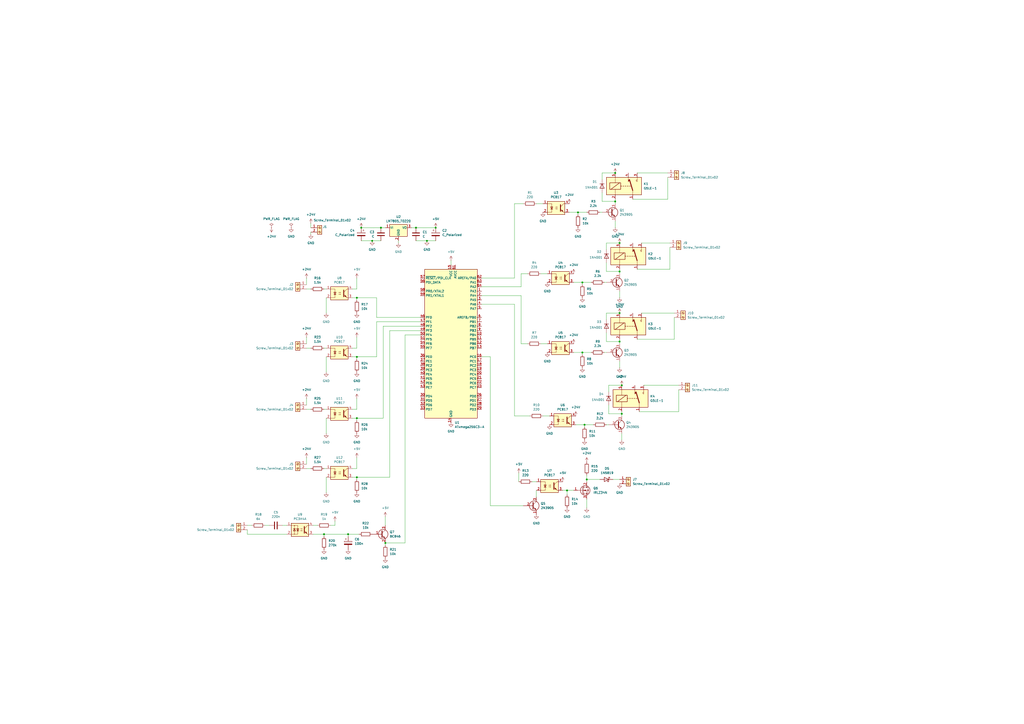
<source format=kicad_sch>
(kicad_sch (version 20231120) (generator "eeschema") (generator_version "8.0")
  (paper "A2")
  (lib_symbols
    (symbol "Connector:Screw_Terminal_01x02" (pin_names (offset 1.016) hide)
      (property "Reference" "J" (at 0 2.54 0))
      (property "Value" "Screw_Terminal_01x02" (at 0 -5.08 0))
      (symbol "Screw_Terminal_01x02_1_1"
        (pin passive line (at -5.08 0 0) (length 3.81) (name "Pin_1") (number "1"))
        (pin passive line (at -5.08 -2.54 0) (length 3.81) (name "Pin_2") (number "2"))
      )
    )
    (symbol "Device:C" (pin_numbers hide) (pin_names (offset 0.254))
      (property "Reference" "C" (at 0.635 2.54 0))
      (property "Value" "C" (at 0.635 -2.54 0))
      (symbol "C_1_1"
        (pin passive line (at 0 3.81 270) (length 2.794) (name "~") (number "1"))
        (pin passive line (at 0 -3.81 90) (length 2.794) (name "~") (number "2"))
      )
    )
    (symbol "Device:C_Polarized" (pin_numbers hide) (pin_names (offset 0.254))
      (property "Reference" "C" (at 0.635 2.54 0))
      (property "Value" "C_Polarized" (at 0.635 -2.54 0))
      (symbol "C_Polarized_1_1"
        (pin passive line (at 0 3.81 270) (length 2.794) (name "~") (number "1"))
        (pin passive line (at 0 -3.81 90) (length 2.794) (name "~") (number "2"))
      )
    )
    (symbol "Device:R" (pin_numbers hide) (pin_names (offset 0))
      (property "Reference" "R" (at 2.032 0 90))
      (property "Value" "R" (at 0 0 90))
      (symbol "R_1_1"
        (pin passive line (at 0 3.81 270) (length 1.27) (name "~") (number "1"))
        (pin passive line (at 0 -3.81 90) (length 1.27) (name "~") (number "2"))
      )
    )
    (symbol "Diode:1N4001" (pin_numbers hide) (pin_names hide)
      (property "Reference" "D" (at 0 2.54 0))
      (property "Value" "1N4001" (at 0 -2.54 0))
      (symbol "1N4001_1_1"
        (pin passive line (at -3.81 0 0) (length 2.54) (name "K") (number "1"))
        (pin passive line (at 3.81 0 180) (length 2.54) (name "A") (number "2"))
      )
    )
    (symbol "Diode:1N5819" (pin_numbers hide) (pin_names (offset 1.016) hide)
      (property "Reference" "D" (at 0 2.54 0))
      (property "Value" "1N5819" (at 0 -2.54 0))
      (symbol "1N5819_1_1"
        (pin passive line (at -3.81 0 0) (length 2.54) (name "K") (number "1"))
        (pin passive line (at 3.81 0 180) (length 2.54) (name "A") (number "2"))
      )
    )
    (symbol "Isolator:PC3H4A" (pin_names (offset 1.016))
      (property "Reference" "U" (at -5.08 5.08 0))
      (property "Value" "PC3H4A" (at 0 5.08 0))
      (symbol "PC3H4A_1_1"
        (pin passive line (at -7.62 2.54 0) (length 2.54) (name "~") (number "1"))
        (pin passive line (at -7.62 -2.54 0) (length 2.54) (name "~") (number "2"))
        (pin passive line (at 7.62 -2.54 180) (length 2.54) (name "~") (number "3"))
        (pin passive line (at 7.62 2.54 180) (length 2.54) (name "~") (number "4"))
      )
    )
    (symbol "Isolator:PC817" (pin_names (offset 1.016))
      (property "Reference" "U" (at -5.08 5.08 0))
      (property "Value" "PC817" (at 0 5.08 0))
      (symbol "PC817_1_1"
        (pin passive line (at -7.62 2.54 0) (length 2.54) (name "~") (number "1"))
        (pin passive line (at -7.62 -2.54 0) (length 2.54) (name "~") (number "2"))
        (pin passive line (at 7.62 -2.54 180) (length 2.54) (name "~") (number "3"))
        (pin passive line (at 7.62 2.54 180) (length 2.54) (name "~") (number "4"))
      )
    )
    (symbol "MCU_Microchip_ATmega:ATxmega256C3-A"
      (property "Reference" "U" (at -15.24 44.45 0))
      (property "Value" "ATxmega256C3-A" (at 2.54 -44.45 0))
      (symbol "ATxmega256C3-A_1_1"
        (pin bidirectional line (at 17.78 30.48 180) (length 2.54) (name "PA3") (number "1"))
        (pin bidirectional line (at 17.78 5.08 180) (length 2.54) (name "PB4") (number "10"))
        (pin bidirectional line (at 17.78 2.54 180) (length 2.54) (name "PB5") (number "11"))
        (pin bidirectional line (at 17.78 0 180) (length 2.54) (name "PB6") (number "12"))
        (pin bidirectional line (at 17.78 -2.54 180) (length 2.54) (name "PB7") (number "13"))
        (pin power_in line (at 0 -45.72 90) (length 2.54) (name "GND") (number "14"))
        (pin power_in line (at 0 45.72 270) (length 2.54) (name "VCC") (number "15"))
        (pin bidirectional line (at 17.78 -7.62 180) (length 2.54) (name "PC0") (number "16"))
        (pin bidirectional line (at 17.78 -10.16 180) (length 2.54) (name "PC1") (number "17"))
        (pin bidirectional line (at 17.78 -12.7 180) (length 2.54) (name "PC2") (number "18"))
        (pin bidirectional line (at 17.78 -15.24 180) (length 2.54) (name "PC3") (number "19"))
        (pin bidirectional line (at 17.78 27.94 180) (length 2.54) (name "PA4") (number "2"))
        (pin bidirectional line (at 17.78 -17.78 180) (length 2.54) (name "PC4") (number "20"))
        (pin bidirectional line (at 17.78 -20.32 180) (length 2.54) (name "PC5") (number "21"))
        (pin bidirectional line (at 17.78 -22.86 180) (length 2.54) (name "PC6") (number "22"))
        (pin bidirectional line (at 17.78 -25.4 180) (length 2.54) (name "PC7") (number "23"))
        (pin passive line (at 0 -45.72 90) (length 2.54) hide (name "GND") (number "24"))
        (pin passive line (at 0 45.72 270) (length 2.54) hide (name "VCC") (number "25"))
        (pin bidirectional line (at 17.78 -30.48 180) (length 2.54) (name "PD0") (number "26"))
        (pin bidirectional line (at 17.78 -33.02 180) (length 2.54) (name "PD1") (number "27"))
        (pin bidirectional line (at 17.78 -35.56 180) (length 2.54) (name "PD2") (number "28"))
        (pin bidirectional line (at 17.78 -38.1 180) (length 2.54) (name "PD3") (number "29"))
        (pin bidirectional line (at 17.78 25.4 180) (length 2.54) (name "PA5") (number "3"))
        (pin bidirectional line (at -17.78 -30.48 0) (length 2.54) (name "PD4") (number "30"))
        (pin bidirectional line (at -17.78 -33.02 0) (length 2.54) (name "PD5") (number "31"))
        (pin bidirectional line (at -17.78 -35.56 0) (length 2.54) (name "PD6") (number "32"))
        (pin bidirectional line (at -17.78 -38.1 0) (length 2.54) (name "PD7") (number "33"))
        (pin passive line (at 0 -45.72 90) (length 2.54) hide (name "GND") (number "34"))
        (pin passive line (at 0 45.72 270) (length 2.54) hide (name "VCC") (number "35"))
        (pin bidirectional line (at -17.78 -7.62 0) (length 2.54) (name "PE0") (number "36"))
        (pin bidirectional line (at -17.78 -10.16 0) (length 2.54) (name "PE1") (number "37"))
        (pin bidirectional line (at -17.78 -12.7 0) (length 2.54) (name "PE2") (number "38"))
        (pin bidirectional line (at -17.78 -15.24 0) (length 2.54) (name "PE3") (number "39"))
        (pin bidirectional line (at 17.78 22.86 180) (length 2.54) (name "PA6") (number "4"))
        (pin bidirectional line (at -17.78 -17.78 0) (length 2.54) (name "PE4") (number "40"))
        (pin bidirectional line (at -17.78 -20.32 0) (length 2.54) (name "PE5") (number "41"))
        (pin bidirectional line (at -17.78 -22.86 0) (length 2.54) (name "PE6") (number "42"))
        (pin bidirectional line (at -17.78 -25.4 0) (length 2.54) (name "PE7") (number "43"))
        (pin passive line (at 0 -45.72 90) (length 2.54) hide (name "GND") (number "44"))
        (pin passive line (at 0 45.72 270) (length 2.54) hide (name "VCC") (number "45"))
        (pin bidirectional line (at -17.78 15.24 0) (length 2.54) (name "PF0") (number "46"))
        (pin bidirectional line (at -17.78 12.7 0) (length 2.54) (name "PF1") (number "47"))
        (pin bidirectional line (at -17.78 10.16 0) (length 2.54) (name "PF2") (number "48"))
        (pin bidirectional line (at -17.78 7.62 0) (length 2.54) (name "PF3") (number "49"))
        (pin bidirectional line (at 17.78 20.32 180) (length 2.54) (name "PA7") (number "5"))
        (pin bidirectional line (at -17.78 5.08 0) (length 2.54) (name "PF4") (number "50"))
        (pin bidirectional line (at -17.78 2.54 0) (length 2.54) (name "PF5") (number "51"))
        (pin passive line (at 0 -45.72 90) (length 2.54) hide (name "GND") (number "52"))
        (pin passive line (at 0 45.72 270) (length 2.54) hide (name "VCC") (number "53"))
        (pin bidirectional line (at -17.78 0 0) (length 2.54) (name "PF6") (number "54"))
        (pin bidirectional line (at -17.78 -2.54 0) (length 2.54) (name "PF7") (number "55"))
        (pin bidirectional line (at -17.78 35.56 0) (length 2.54) (name "PDI_DATA") (number "56"))
        (pin input line (at -17.78 38.1 0) (length 2.54) (name "~{RESET}/PDI_CLK") (number "57"))
        (pin bidirectional line (at -17.78 30.48 0) (length 2.54) (name "PR0/XTAL2") (number "58"))
        (pin bidirectional line (at -17.78 27.94 0) (length 2.54) (name "PR1/XTAL1") (number "59"))
        (pin bidirectional line (at 17.78 15.24 180) (length 2.54) (name "AREFB/PB0") (number "6"))
        (pin passive line (at 0 -45.72 90) (length 2.54) hide (name "GND") (number "60"))
        (pin power_in line (at 2.54 45.72 270) (length 2.54) (name "AVCC") (number "61"))
        (pin bidirectional line (at 17.78 38.1 180) (length 2.54) (name "AREFA/PA0") (number "62"))
        (pin bidirectional line (at 17.78 35.56 180) (length 2.54) (name "PA1") (number "63"))
        (pin bidirectional line (at 17.78 33.02 180) (length 2.54) (name "PA2") (number "64"))
        (pin bidirectional line (at 17.78 12.7 180) (length 2.54) (name "PB1") (number "7"))
        (pin bidirectional line (at 17.78 10.16 180) (length 2.54) (name "PB2") (number "8"))
        (pin bidirectional line (at 17.78 7.62 180) (length 2.54) (name "PB3") (number "9"))
      )
    )
    (symbol "Regulator_Linear:LM7805_TO220" (pin_names (offset 0.254))
      (property "Reference" "U" (at -3.81 3.175 0))
      (property "Value" "LM7805_TO220" (at 0 3.175 0))
      (symbol "LM7805_TO220_1_1"
        (pin power_in line (at -7.62 0 0) (length 2.54) (name "VI") (number "1"))
        (pin power_in line (at 0 -7.62 90) (length 2.54) (name "GND") (number "2"))
        (pin power_out line (at 7.62 0 180) (length 2.54) (name "VO") (number "3"))
      )
    )
    (symbol "Relay:G5LE-1"
      (property "Reference" "K" (at 11.43 3.81 0))
      (property "Value" "G5LE-1" (at 11.43 1.27 0))
      (symbol "G5LE-1_1_1"
        (pin passive line (at 5.08 -7.62 90) (length 2.54) (name "~") (number "1"))
        (pin passive line (at -5.08 -7.62 90) (length 2.54) (name "~") (number "2"))
        (pin passive line (at 7.62 7.62 270) (length 2.54) (name "~") (number "3"))
        (pin passive line (at 2.54 7.62 270) (length 2.54) (name "~") (number "4"))
        (pin passive line (at -5.08 7.62 270) (length 2.54) (name "~") (number "5"))
      )
    )
    (symbol "Transistor_BJT:2N3905" (pin_names (offset 0) hide)
      (property "Reference" "Q" (at 5.08 1.905 0))
      (property "Value" "2N3905" (at 5.08 0 0))
      (symbol "2N3905_1_1"
        (pin passive line (at 2.54 -5.08 90) (length 2.54) (name "E") (number "1"))
        (pin input line (at -5.08 0 0) (length 5.715) (name "B") (number "2"))
        (pin passive line (at 2.54 5.08 270) (length 2.54) (name "C") (number "3"))
      )
    )
    (symbol "Transistor_BJT:BC846" (pin_names (offset 0) hide)
      (property "Reference" "Q" (at 5.08 1.905 0))
      (property "Value" "BC846" (at 5.08 0 0))
      (symbol "BC846_1_1"
        (pin input line (at -5.08 0 0) (length 5.715) (name "B") (number "1"))
        (pin passive line (at 2.54 -5.08 90) (length 2.54) (name "E") (number "2"))
        (pin passive line (at 2.54 5.08 270) (length 2.54) (name "C") (number "3"))
      )
    )
    (symbol "Transistor_FET:IRLZ34N" (pin_names hide)
      (property "Reference" "Q" (at 5.08 1.905 0))
      (property "Value" "IRLZ34N" (at 5.08 0 0))
      (symbol "IRLZ34N_1_1"
        (pin input line (at -5.08 0 0) (length 2.54) (name "G") (number "1"))
        (pin passive line (at 2.54 5.08 270) (length 2.54) (name "D") (number "2"))
        (pin passive line (at 2.54 -5.08 90) (length 2.54) (name "S") (number "3"))
      )
    )
    (symbol "power:+24V" (power) (pin_numbers hide) (pin_names (offset 0) hide)
      (property "Value" "+24V" (at 0 3.556 0))
      (symbol "+24V_1_1"
        (pin power_in line (at 0 0 90) (length 0) (name "~") (number "1"))
      )
    )
    (symbol "power:+5V" (power) (pin_numbers hide) (pin_names (offset 0) hide)
      (property "Value" "+5V" (at 0 3.556 0))
      (symbol "+5V_1_1"
        (pin power_in line (at 0 0 90) (length 0) (name "~") (number "1"))
      )
    )
    (symbol "power:GND" (power) (pin_numbers hide) (pin_names (offset 0) hide)
      (property "Value" "GND" (at 0 -3.81 0))
      (symbol "GND_1_1"
        (pin power_in line (at 0 0 270) (length 0) (name "~") (number "1"))
      )
    )
    (symbol "power:PWR_FLAG" (power) (pin_numbers hide) (pin_names (offset 0) hide)
      (property "Value" "PWR_FLAG" (at 0 3.81 0))
      (symbol "PWR_FLAG_0_0"
        (pin power_out line (at 0 0 90) (length 0) (name "~") (number "1"))
      )
    )
  )
  (junction (at 359.41 157.48))
  (junction (at 359.41 181.61))
  (junction (at 207.01 207.01))
  (junction (at 201.93 309.88))
  (junction (at 187.96 309.88))
  (junction (at 207.01 172.72))
  (junction (at 328.93 284.48))
  (junction (at 223.52 314.96))
  (junction (at 356.87 100.33))
  (junction (at 220.98 132.08))
  (junction (at 339.09 246.38))
  (junction (at 359.41 198.12))
  (junction (at 209.55 132.08))
  (junction (at 252.73 132.08))
  (junction (at 340.36 278.13))
  (junction (at 337.82 204.47))
  (junction (at 359.41 140.97))
  (junction (at 207.01 242.57))
  (junction (at 337.82 163.83))
  (junction (at 247.65 139.7))
  (junction (at 360.68 223.52))
  (junction (at 335.28 123.19))
  (junction (at 241.3 132.08))
  (junction (at 215.9 139.7))
  (junction (at 360.68 240.03))
  (junction (at 356.87 116.84))
  (junction (at 207.01 276.86))
  (wire (pts (xy 218.44 207.01) (xy 218.44 186.69)))
  (wire (pts (xy 284.48 293.37) (xy 303.53 293.37)))
  (wire (pts (xy 143.51 307.34) (xy 143.51 309.88)))
  (wire (pts (xy 337.82 163.83) (xy 337.82 165.1)))
  (wire (pts (xy 218.44 186.69) (xy 243.84 186.69)))
  (wire (pts (xy 351.79 246.38) (xy 353.06 246.38)))
  (wire (pts (xy 300.99 274.32) (xy 300.99 279.4)))
  (wire (pts (xy 177.8 161.29) (xy 177.8 165.1)))
  (wire (pts (xy 308.61 279.4) (xy 311.15 279.4)))
  (wire (pts (xy 360.68 251.46) (xy 360.68 255.27)))
  (wire (pts (xy 180.34 129.54) (xy 180.34 132.08)))
  (wire (pts (xy 207.01 237.49) (xy 204.47 237.49)))
  (wire (pts (xy 302.26 158.75) (xy 306.07 158.75)))
  (wire (pts (xy 391.16 181.61) (xy 372.11 181.61)))
  (wire (pts (xy 356.87 100.33) (xy 349.25 100.33)))
  (wire (pts (xy 370.84 238.76) (xy 393.7 238.76)))
  (wire (pts (xy 241.3 132.08) (xy 252.73 132.08)))
  (wire (pts (xy 177.8 167.64) (xy 180.34 167.64)))
  (wire (pts (xy 355.6 278.13) (xy 359.41 278.13)))
  (wire (pts (xy 335.28 123.19) (xy 335.28 124.46)))
  (wire (pts (xy 209.55 139.7) (xy 215.9 139.7)))
  (wire (pts (xy 337.82 204.47) (xy 337.82 205.74)))
  (wire (pts (xy 218.44 207.01) (xy 207.01 207.01)))
  (wire (pts (xy 298.45 161.29) (xy 279.4 161.29)))
  (wire (pts (xy 201.93 311.15) (xy 201.93 309.88)))
  (wire (pts (xy 313.69 199.39) (xy 317.5 199.39)))
  (wire (pts (xy 356.87 116.84) (xy 356.87 118.11)))
  (wire (pts (xy 388.62 156.21) (xy 369.57 156.21)))
  (wire (pts (xy 177.8 265.43) (xy 177.8 269.24)))
  (wire (pts (xy 208.28 309.88) (xy 201.93 309.88)))
  (wire (pts (xy 351.79 140.97) (xy 351.79 144.78)))
  (wire (pts (xy 284.48 207.01) (xy 284.48 293.37)))
  (wire (pts (xy 303.53 118.11) (xy 298.45 118.11)))
  (wire (pts (xy 234.95 194.31) (xy 234.95 314.96)))
  (wire (pts (xy 359.41 168.91) (xy 359.41 172.72)))
  (wire (pts (xy 335.28 123.19) (xy 340.36 123.19)))
  (wire (pts (xy 204.47 242.57) (xy 207.01 242.57)))
  (wire (pts (xy 302.26 171.45) (xy 302.26 199.39)))
  (wire (pts (xy 302.26 199.39) (xy 306.07 199.39)))
  (wire (pts (xy 177.8 271.78) (xy 180.34 271.78)))
  (wire (pts (xy 187.96 271.78) (xy 189.23 271.78)))
  (wire (pts (xy 353.06 234.95) (xy 353.06 240.03)))
  (wire (pts (xy 163.83 304.8) (xy 166.37 304.8)))
  (wire (pts (xy 367.03 115.57) (xy 387.35 115.57)))
  (wire (pts (xy 223.52 299.72) (xy 223.52 304.8)))
  (wire (pts (xy 207.01 242.57) (xy 207.01 243.84)))
  (wire (pts (xy 350.52 204.47) (xy 351.79 204.47)))
  (wire (pts (xy 360.68 240.03) (xy 360.68 241.3)))
  (wire (pts (xy 302.26 166.37) (xy 302.26 158.75)))
  (wire (pts (xy 350.52 163.83) (xy 351.79 163.83)))
  (wire (pts (xy 328.93 284.48) (xy 328.93 287.02)))
  (wire (pts (xy 330.2 123.19) (xy 335.28 123.19)))
  (wire (pts (xy 360.68 238.76) (xy 360.68 240.03)))
  (wire (pts (xy 218.44 172.72) (xy 207.01 172.72)))
  (wire (pts (xy 332.74 204.47) (xy 337.82 204.47)))
  (wire (pts (xy 207.01 271.78) (xy 204.47 271.78)))
  (wire (pts (xy 207.01 167.64) (xy 204.47 167.64)))
  (wire (pts (xy 207.01 231.14) (xy 207.01 237.49)))
  (wire (pts (xy 261.62 151.13) (xy 261.62 153.67)))
  (wire (pts (xy 311.15 284.48) (xy 311.15 288.29)))
  (wire (pts (xy 369.57 100.33) (xy 387.35 100.33)))
  (wire (pts (xy 356.87 128.27) (xy 356.87 132.08)))
  (wire (pts (xy 393.7 238.76) (xy 393.7 226.06)))
  (wire (pts (xy 177.8 237.49) (xy 180.34 237.49)))
  (wire (pts (xy 360.68 223.52) (xy 353.06 223.52)))
  (wire (pts (xy 339.09 246.38) (xy 339.09 247.65)))
  (wire (pts (xy 298.45 176.53) (xy 298.45 241.3)))
  (wire (pts (xy 351.79 157.48) (xy 359.41 157.48)))
  (wire (pts (xy 234.95 314.96) (xy 223.52 314.96)))
  (wire (pts (xy 226.06 191.77) (xy 243.84 191.77)))
  (wire (pts (xy 340.36 278.13) (xy 347.98 278.13)))
  (wire (pts (xy 189.23 172.72) (xy 189.23 181.61)))
  (wire (pts (xy 353.06 240.03) (xy 360.68 240.03)))
  (wire (pts (xy 351.79 152.4) (xy 351.79 157.48)))
  (wire (pts (xy 191.77 304.8) (xy 194.31 304.8)))
  (wire (pts (xy 349.25 111.76) (xy 349.25 116.84)))
  (wire (pts (xy 340.36 278.13) (xy 340.36 279.4)))
  (wire (pts (xy 207.01 207.01) (xy 207.01 208.28)))
  (wire (pts (xy 187.96 201.93) (xy 189.23 201.93)))
  (wire (pts (xy 339.09 246.38) (xy 344.17 246.38)))
  (wire (pts (xy 349.25 116.84) (xy 356.87 116.84)))
  (wire (pts (xy 326.39 284.48) (xy 328.93 284.48)))
  (wire (pts (xy 181.61 304.8) (xy 184.15 304.8)))
  (wire (pts (xy 279.4 176.53) (xy 298.45 176.53)))
  (wire (pts (xy 332.74 163.83) (xy 337.82 163.83)))
  (wire (pts (xy 189.23 207.01) (xy 189.23 215.9)))
  (wire (pts (xy 177.8 195.58) (xy 177.8 199.39)))
  (wire (pts (xy 177.8 201.93) (xy 180.34 201.93)))
  (wire (pts (xy 181.61 309.88) (xy 187.96 309.88)))
  (wire (pts (xy 359.41 198.12) (xy 359.41 199.39)))
  (wire (pts (xy 207.01 276.86) (xy 226.06 276.86)))
  (wire (pts (xy 223.52 316.23) (xy 223.52 314.96)))
  (wire (pts (xy 334.01 246.38) (xy 339.09 246.38)))
  (wire (pts (xy 347.98 123.19) (xy 349.25 123.19)))
  (wire (pts (xy 353.06 223.52) (xy 353.06 227.33)))
  (wire (pts (xy 351.79 198.12) (xy 359.41 198.12)))
  (wire (pts (xy 388.62 143.51) (xy 388.62 156.21)))
  (wire (pts (xy 207.01 161.29) (xy 207.01 167.64)))
  (wire (pts (xy 180.34 134.62) (xy 180.34 135.89)))
  (wire (pts (xy 359.41 157.48) (xy 359.41 158.75)))
  (wire (pts (xy 369.57 196.85) (xy 391.16 196.85)))
  (wire (pts (xy 215.9 139.7) (xy 220.98 139.7)))
  (wire (pts (xy 153.67 304.8) (xy 156.21 304.8)))
  (wire (pts (xy 359.41 181.61) (xy 351.79 181.61)))
  (wire (pts (xy 143.51 304.8) (xy 146.05 304.8)))
  (wire (pts (xy 328.93 284.48) (xy 332.74 284.48)))
  (wire (pts (xy 349.25 100.33) (xy 349.25 104.14)))
  (wire (pts (xy 359.41 209.55) (xy 359.41 213.36)))
  (wire (pts (xy 298.45 118.11) (xy 298.45 161.29)))
  (wire (pts (xy 220.98 132.08) (xy 223.52 132.08)))
  (wire (pts (xy 201.93 309.88) (xy 187.96 309.88)))
  (wire (pts (xy 356.87 115.57) (xy 356.87 116.84)))
  (wire (pts (xy 243.84 184.15) (xy 218.44 184.15)))
  (wire (pts (xy 143.51 309.88) (xy 166.37 309.88)))
  (wire (pts (xy 359.41 156.21) (xy 359.41 157.48)))
  (wire (pts (xy 204.47 207.01) (xy 207.01 207.01)))
  (wire (pts (xy 207.01 172.72) (xy 207.01 173.99)))
  (wire (pts (xy 194.31 302.26) (xy 194.31 304.8)))
  (wire (pts (xy 279.4 171.45) (xy 302.26 171.45)))
  (wire (pts (xy 359.41 196.85) (xy 359.41 198.12)))
  (wire (pts (xy 373.38 223.52) (xy 393.7 223.52)))
  (wire (pts (xy 311.15 118.11) (xy 314.96 118.11)))
  (wire (pts (xy 359.41 140.97) (xy 351.79 140.97)))
  (wire (pts (xy 337.82 204.47) (xy 342.9 204.47)))
  (wire (pts (xy 298.45 241.3) (xy 307.34 241.3)))
  (wire (pts (xy 207.01 276.86) (xy 207.01 278.13)))
  (wire (pts (xy 313.69 158.75) (xy 317.5 158.75)))
  (wire (pts (xy 241.3 139.7) (xy 247.65 139.7)))
  (wire (pts (xy 391.16 196.85) (xy 391.16 184.15)))
  (wire (pts (xy 340.36 275.59) (xy 340.36 278.13)))
  (wire (pts (xy 187.96 167.64) (xy 189.23 167.64)))
  (wire (pts (xy 209.55 132.08) (xy 220.98 132.08)))
  (wire (pts (xy 247.65 139.7) (xy 252.73 139.7)))
  (wire (pts (xy 207.01 201.93) (xy 204.47 201.93)))
  (wire (pts (xy 388.62 140.97) (xy 372.11 140.97)))
  (wire (pts (xy 207.01 265.43) (xy 207.01 271.78)))
  (wire (pts (xy 314.96 241.3) (xy 318.77 241.3)))
  (wire (pts (xy 279.4 166.37) (xy 302.26 166.37)))
  (wire (pts (xy 189.23 242.57) (xy 189.23 251.46)))
  (wire (pts (xy 231.14 140.97) (xy 231.14 139.7)))
  (wire (pts (xy 337.82 163.83) (xy 342.9 163.83)))
  (wire (pts (xy 204.47 276.86) (xy 207.01 276.86)))
  (wire (pts (xy 243.84 194.31) (xy 234.95 194.31)))
  (wire (pts (xy 204.47 172.72) (xy 207.01 172.72)))
  (wire (pts (xy 177.8 231.14) (xy 177.8 234.95)))
  (wire (pts (xy 351.79 181.61) (xy 351.79 185.42)))
  (wire (pts (xy 218.44 184.15) (xy 218.44 172.72)))
  (wire (pts (xy 387.35 115.57) (xy 387.35 102.87)))
  (wire (pts (xy 284.48 207.01) (xy 279.4 207.01)))
  (wire (pts (xy 222.25 189.23) (xy 243.84 189.23)))
  (wire (pts (xy 189.23 276.86) (xy 189.23 285.75)))
  (wire (pts (xy 207.01 195.58) (xy 207.01 201.93)))
  (wire (pts (xy 340.36 289.56) (xy 340.36 294.64)))
  (wire (pts (xy 238.76 132.08) (xy 241.3 132.08)))
  (wire (pts (xy 187.96 309.88) (xy 187.96 311.15)))
  (wire (pts (xy 207.01 242.57) (xy 222.25 242.57)))
  (wire (pts (xy 187.96 237.49) (xy 189.23 237.49)))
  (wire (pts (xy 351.79 193.04) (xy 351.79 198.12)))
  (wire (pts (xy 222.25 242.57) (xy 222.25 189.23)))
  (wire (pts (xy 226.06 276.86) (xy 226.06 191.77)))
  (symbol (lib_id "power:+24V") (at 356.87 100.33 0) (unit 1)
    (property "Reference" "#PWR048" (effects (hide yes)))
    (property "Value" "+24V" (at 356.87 95.25 0))
    (property "Description" "Power symbol creates a global label with name \"+24V\"" (effects (hide yes)))
  )
  (symbol (lib_id "Connector:Screw_Terminal_01x02") (at 172.72 165.1 0) (mirror y) (unit 1)
    (property "Reference" "J2" (at 170.18 165.0999 0) (effects (justify left)))
    (property "Value" "Screw_Terminal_01x02" (at 170.18 167.6399 0) (effects (justify left)))
    (property "Footprint" "TerminalBlock_CUI:TerminalBlock_CUI_TB007-508-02_1x02_P5.08mm_Horizontal" (effects (hide yes)))
    (property "Description" "Generic screw terminal, single row, 01x02, script generated (kicad-library-utils/schlib/autogen/connector/)" (effects (hide yes)))
  )
  (symbol (lib_id "power:GND") (at 207.01 285.75 0) (unit 1)
    (property "Reference" "#PWR044" (effects (hide yes)))
    (property "Value" "GND" (at 207.01 290.83 0))
    (property "Description" "Power symbol creates a global label with name \"GND\" , ground" (effects (hide yes)))
  )
  (symbol (lib_id "power:GND") (at 189.23 285.75 0) (unit 1)
    (property "Reference" "#PWR042" (effects (hide yes)))
    (property "Value" "GND" (at 189.23 290.83 0))
    (property "Description" "Power symbol creates a global label with name \"GND\" , ground" (effects (hide yes)))
  )
  (symbol (lib_id "power:+24V") (at 177.8 195.58 0) (unit 1)
    (property "Reference" "#PWR033" (effects (hide yes)))
    (property "Value" "+24V" (at 177.8 190.5 0))
    (property "Description" "Power symbol creates a global label with name \"+24V\"" (effects (hide yes)))
  )
  (symbol (lib_id "power:+24V") (at 157.48 132.08 180) (unit 1)
    (property "Reference" "#PWR030" (effects (hide yes)))
    (property "Value" "+24V" (at 157.48 137.16 0))
    (property "Description" "Power symbol creates a global label with name \"+24V\"" (effects (hide yes)))
  )
  (symbol (lib_id "Transistor_BJT:2N3905") (at 356.87 163.83 0) (unit 1)
    (property "Reference" "Q2" (at 361.95 162.5599 0) (effects (justify left)))
    (property "Value" "2N3905" (at 361.95 165.0999 0) (effects (justify left)))
    (property "Footprint" "Package_TO_SOT_THT:TO-92L_HandSolder" (effects (hide yes)))
    (property "Datasheet" "https://www.nteinc.com/specs/original/2N3905_06.pdf" (effects (hide yes)))
    (property "Description" "-0.2A Ic, -40V Vce, Small Signal PNP Transistor, TO-92" (effects (hide yes)))
  )
  (symbol (lib_id "Isolator:PC817") (at 322.58 120.65 0) (unit 1)
    (property "Reference" "U3" (at 322.58 111.76 0))
    (property "Value" "PC817" (at 322.58 114.3 0))
    (property "Footprint" "Package_DIP:DIP-4_W7.62mm" (effects (hide yes)))
    (property "Datasheet" "http://www.soselectronic.cz/a_info/resource/d/pc817.pdf" (effects (hide yes)))
    (property "Description" "DC Optocoupler, Vce 35V, CTR 50-300%, DIP-4" (effects (hide yes)))
  )
  (symbol (lib_id "Device:R") (at 184.15 237.49 270) (unit 1)
    (property "Reference" "R25" (at 184.15 231.14 90))
    (property "Value" "1.5k" (at 184.15 233.68 90))
    (property "Footprint" "Resistor_THT:R_Axial_DIN0414_L11.9mm_D4.5mm_P15.24mm_Horizontal" (effects (hide yes)))
    (property "Description" "Resistor" (effects (hide yes)))
  )
  (symbol (lib_id "Isolator:PC817") (at 196.85 204.47 0) (unit 1)
    (property "Reference" "U10" (at 196.85 195.58 0))
    (property "Value" "PC817" (at 196.85 198.12 0))
    (property "Footprint" "Package_DIP:DIP-4_W7.62mm" (effects (hide yes)))
    (property "Datasheet" "http://www.soselectronic.cz/a_info/resource/d/pc817.pdf" (effects (hide yes)))
    (property "Description" "DC Optocoupler, Vce 35V, CTR 50-300%, DIP-4" (effects (hide yes)))
  )
  (symbol (lib_id "power:GND") (at 311.15 298.45 0) (unit 1)
    (property "Reference" "#PWR013" (effects (hide yes)))
    (property "Value" "GND" (at 311.15 303.53 0))
    (property "Description" "Power symbol creates a global label with name \"GND\" , ground" (effects (hide yes)))
  )
  (symbol (lib_id "Transistor_BJT:2N3905") (at 356.87 204.47 0) (unit 1)
    (property "Reference" "Q3" (at 361.95 203.1999 0) (effects (justify left)))
    (property "Value" "2N3905" (at 361.95 205.7399 0) (effects (justify left)))
    (property "Footprint" "Package_TO_SOT_THT:TO-92L_HandSolder" (effects (hide yes)))
    (property "Datasheet" "https://www.nteinc.com/specs/original/2N3905_06.pdf" (effects (hide yes)))
    (property "Description" "-0.2A Ic, -40V Vce, Small Signal PNP Transistor, TO-92" (effects (hide yes)))
  )
  (symbol (lib_id "power:GND") (at 317.5 163.83 0) (unit 1)
    (property "Reference" "#PWR011" (effects (hide yes)))
    (property "Value" "GND" (at 317.5 168.91 0))
    (property "Description" "Power symbol creates a global label with name \"GND\" , ground" (effects (hide yes)))
  )
  (symbol (lib_id "power:+24V") (at 177.8 231.14 0) (unit 1)
    (property "Reference" "#PWR037" (effects (hide yes)))
    (property "Value" "+24V" (at 177.8 226.06 0))
    (property "Description" "Power symbol creates a global label with name \"+24V\"" (effects (hide yes)))
  )
  (symbol (lib_id "Device:C") (at 220.98 135.89 0) (mirror y) (unit 1)
    (property "Reference" "C3" (at 217.17 134.6199 0) (effects (justify left)))
    (property "Value" "C" (at 217.17 137.1599 0) (effects (justify left)))
    (property "Footprint" "Capacitor_SMD:C_Elec_6.3x5.8" (effects (hide yes)))
    (property "Description" "Unpolarized capacitor" (effects (hide yes)))
  )
  (symbol (lib_id "Device:R") (at 344.17 123.19 270) (unit 1)
    (property "Reference" "R3" (at 344.17 116.84 90))
    (property "Value" "2.2k" (at 344.17 119.38 90))
    (property "Footprint" "Resistor_THT:R_Axial_DIN0414_L11.9mm_D4.5mm_P15.24mm_Horizontal" (effects (hide yes)))
    (property "Description" "Resistor" (effects (hide yes)))
  )
  (symbol (lib_id "power:GND") (at 223.52 323.85 0) (unit 1)
    (property "Reference" "#PWR024" (effects (hide yes)))
    (property "Value" "GND" (at 223.52 328.93 0))
    (property "Description" "Power symbol creates a global label with name \"GND\" , ground" (effects (hide yes)))
  )
  (symbol (lib_id "Isolator:PC817") (at 325.12 161.29 0) (unit 1)
    (property "Reference" "U4" (at 325.12 152.4 0))
    (property "Value" "PC817" (at 325.12 154.94 0))
    (property "Footprint" "Package_DIP:DIP-4_W7.62mm" (effects (hide yes)))
    (property "Datasheet" "http://www.soselectronic.cz/a_info/resource/d/pc817.pdf" (effects (hide yes)))
    (property "Description" "DC Optocoupler, Vce 35V, CTR 50-300%, DIP-4" (effects (hide yes)))
  )
  (symbol (lib_id "power:GND") (at 337.82 213.36 0) (unit 1)
    (property "Reference" "#PWR05" (effects (hide yes)))
    (property "Value" "GND" (at 337.82 218.44 0))
    (property "Description" "Power symbol creates a global label with name \"GND\" , ground" (effects (hide yes)))
  )
  (symbol (lib_id "power:+5V") (at 207.01 161.29 0) (unit 1)
    (property "Reference" "#PWR032" (effects (hide yes)))
    (property "Value" "+5V" (at 207.01 156.21 0))
    (property "Description" "Power symbol creates a global label with name \"+5V\"" (effects (hide yes)))
  )
  (symbol (lib_id "power:GND") (at 314.96 123.19 0) (unit 1)
    (property "Reference" "#PWR012" (effects (hide yes)))
    (property "Value" "GND" (at 314.96 128.27 0))
    (property "Description" "Power symbol creates a global label with name \"GND\" , ground" (effects (hide yes)))
  )
  (symbol (lib_id "Device:R") (at 346.71 163.83 270) (unit 1)
    (property "Reference" "R6" (at 346.71 157.48 90))
    (property "Value" "2.2k" (at 346.71 160.02 90))
    (property "Footprint" "Resistor_THT:R_Axial_DIN0414_L11.9mm_D4.5mm_P15.24mm_Horizontal" (effects (hide yes)))
    (property "Description" "Resistor" (effects (hide yes)))
  )
  (symbol (lib_id "power:GND") (at 356.87 132.08 0) (unit 1)
    (property "Reference" "#PWR02" (effects (hide yes)))
    (property "Value" "GND" (at 356.87 137.16 0))
    (property "Description" "Power symbol creates a global label with name \"GND\" , ground" (effects (hide yes)))
  )
  (symbol (lib_id "power:GND") (at 337.82 172.72 0) (unit 1)
    (property "Reference" "#PWR03" (effects (hide yes)))
    (property "Value" "GND" (at 337.82 177.8 0))
    (property "Description" "Power symbol creates a global label with name \"GND\" , ground" (effects (hide yes)))
  )
  (symbol (lib_id "power:+5V") (at 252.73 132.08 0) (unit 1)
    (property "Reference" "#PWR025" (effects (hide yes)))
    (property "Value" "+5V" (at 252.73 127 0))
    (property "Description" "Power symbol creates a global label with name \"+5V\"" (effects (hide yes)))
  )
  (symbol (lib_id "power:PWR_FLAG") (at 168.91 132.08 0) (unit 1)
    (property "Reference" "#FLG02" (effects (hide yes)))
    (property "Value" "PWR_FLAG" (at 168.91 127 0))
    (property "Description" "Special symbol for telling ERC where power comes from" (effects (hide yes)))
  )
  (symbol (lib_id "Device:C") (at 241.3 135.89 0) (unit 1)
    (property "Reference" "C1" (at 245.11 134.6199 0) (effects (justify left)))
    (property "Value" "C" (at 245.11 137.1599 0) (effects (justify left)))
    (property "Footprint" "Capacitor_SMD:C_Elec_6.3x5.8" (effects (hide yes)))
    (property "Description" "Unpolarized capacitor" (effects (hide yes)))
  )
  (symbol (lib_id "Device:R") (at 347.98 246.38 270) (unit 1)
    (property "Reference" "R12" (at 347.98 240.03 90))
    (property "Value" "2.2k" (at 347.98 242.57 90))
    (property "Footprint" "Resistor_THT:R_Axial_DIN0414_L11.9mm_D4.5mm_P15.24mm_Horizontal" (effects (hide yes)))
    (property "Description" "Resistor" (effects (hide yes)))
  )
  (symbol (lib_id "power:GND") (at 168.91 132.08 0) (unit 1)
    (property "Reference" "#PWR029" (effects (hide yes)))
    (property "Value" "GND" (at 168.91 137.16 0))
    (property "Description" "Power symbol creates a global label with name \"GND\" , ground" (effects (hide yes)))
  )
  (symbol (lib_id "power:GND") (at 360.68 255.27 0) (unit 1)
    (property "Reference" "#PWR08" (effects (hide yes)))
    (property "Value" "GND" (at 360.68 260.35 0))
    (property "Description" "Power symbol creates a global label with name \"GND\" , ground" (effects (hide yes)))
  )
  (symbol (lib_id "Isolator:PC817") (at 318.77 281.94 0) (unit 1)
    (property "Reference" "U7" (at 318.77 273.05 0))
    (property "Value" "PC817" (at 318.77 275.59 0))
    (property "Footprint" "Package_DIP:DIP-4_W7.62mm" (effects (hide yes)))
    (property "Datasheet" "http://www.soselectronic.cz/a_info/resource/d/pc817.pdf" (effects (hide yes)))
    (property "Description" "DC Optocoupler, Vce 35V, CTR 50-300%, DIP-4" (effects (hide yes)))
  )
  (symbol (lib_id "Device:R") (at 207.01 281.94 180) (unit 1)
    (property "Reference" "R28" (at 209.55 280.6699 0) (effects (justify right)))
    (property "Value" "10k" (at 209.55 283.2099 0) (effects (justify right)))
    (property "Footprint" "Resistor_THT:R_Axial_DIN0414_L11.9mm_D4.5mm_P15.24mm_Horizontal" (effects (hide yes)))
    (property "Description" "Resistor" (effects (hide yes)))
  )
  (symbol (lib_id "Relay:G5LE-1") (at 361.95 107.95 0) (unit 1)
    (property "Reference" "K1" (at 373.38 106.6799 0) (effects (justify left)))
    (property "Value" "G5LE-1" (at 373.38 109.2199 0) (effects (justify left)))
    (property "Footprint" "Relay_THT:Relay_SPDT_Omron-G5LE-1" (effects (hide yes)))
    (property "Datasheet" "http://www.omron.com/ecb/products/pdf/en-g5le.pdf" (effects (hide yes)))
    (property "Description" "Omron G5LE relay, Miniature Single Pole, SPDT, 10A" (effects (hide yes)))
  )
  (symbol (lib_id "power:+24V") (at 330.2 118.11 0) (unit 1)
    (property "Reference" "#PWR021" (effects (hide yes)))
    (property "Value" "+24V" (at 330.2 113.03 0))
    (property "Description" "Power symbol creates a global label with name \"+24V\"" (effects (hide yes)))
  )
  (symbol (lib_id "power:GND") (at 189.23 215.9 0) (unit 1)
    (property "Reference" "#PWR034" (effects (hide yes)))
    (property "Value" "GND" (at 189.23 220.98 0))
    (property "Description" "Power symbol creates a global label with name \"GND\" , ground" (effects (hide yes)))
  )
  (symbol (lib_id "power:+5V") (at 300.99 274.32 0) (unit 1)
    (property "Reference" "#PWR057" (effects (hide yes)))
    (property "Value" "+5V" (at 300.99 269.24 0))
    (property "Description" "Power symbol creates a global label with name \"+5V\"" (effects (hide yes)))
  )
  (symbol (lib_id "power:GND") (at 180.34 135.89 0) (unit 1)
    (property "Reference" "#PWR027" (effects (hide yes)))
    (property "Value" "GND" (at 180.34 140.97 0))
    (property "Description" "Power symbol creates a global label with name \"GND\" , ground" (effects (hide yes)))
  )
  (symbol (lib_id "power:GND") (at 359.41 280.67 0) (unit 1)
    (property "Reference" "#PWR058" (effects (hide yes)))
    (property "Value" "GND" (at 359.41 285.75 0))
    (property "Description" "Power symbol creates a global label with name \"GND\" , ground" (effects (hide yes)))
  )
  (symbol (lib_id "power:+5V") (at 207.01 195.58 0) (unit 1)
    (property "Reference" "#PWR035" (effects (hide yes)))
    (property "Value" "+5V" (at 207.01 190.5 0))
    (property "Description" "Power symbol creates a global label with name \"+5V\"" (effects (hide yes)))
  )
  (symbol (lib_id "power:GND") (at 189.23 181.61 0) (unit 1)
    (property "Reference" "#PWR020" (effects (hide yes)))
    (property "Value" "GND" (at 189.23 186.69 0))
    (property "Description" "Power symbol creates a global label with name \"GND\" , ground" (effects (hide yes)))
  )
  (symbol (lib_id "Isolator:PC3H4A") (at 173.99 307.34 0) (unit 1)
    (property "Reference" "U9" (at 173.99 298.45 0))
    (property "Value" "PC3H4A" (at 173.99 300.99 0))
    (property "Footprint" "Package_DIP:DIP-4_W7.62mm_Socket" (effects (hide yes)))
    (property "Datasheet" "http://www.sharpsma.com/webfm_send/395" (effects (hide yes)))
    (property "Description" "AC/DC Optocoupler, Vce 70V, CTR 100-250%, SOP4" (effects (hide yes)))
  )
  (symbol (lib_id "Diode:1N4001") (at 351.79 148.59 270) (unit 1)
    (property "Reference" "D2" (at 346.202 146.05 90) (effects (justify left)))
    (property "Value" "1N4001" (at 341.884 149.352 90) (effects (justify left)))
    (property "Footprint" "Diode_THT:D_DO-41_SOD81_P10.16mm_Horizontal" (effects (hide yes)))
    (property "Datasheet" "http://www.vishay.com/docs/88503/1n4001.pdf" (effects (hide yes)))
    (property "Description" "50V 1A General Purpose Rectifier Diode, DO-41" (effects (hide yes)))
    (property "Sim.Device" "D" (effects (hide yes)))
    (property "Sim.Pins" "1=K 2=A" (effects (hide yes)))
  )
  (symbol (lib_id "power:GND") (at 207.01 251.46 0) (unit 1)
    (property "Reference" "#PWR040" (effects (hide yes)))
    (property "Value" "GND" (at 207.01 256.54 0))
    (property "Description" "Power symbol creates a global label with name \"GND\" , ground" (effects (hide yes)))
  )
  (symbol (lib_id "Diode:1N4001") (at 351.79 189.23 270) (unit 1)
    (property "Reference" "D3" (at 346.202 186.69 90) (effects (justify left)))
    (property "Value" "1N4001" (at 341.884 189.992 90) (effects (justify left)))
    (property "Footprint" "Diode_THT:D_DO-41_SOD81_P10.16mm_Horizontal" (effects (hide yes)))
    (property "Datasheet" "http://www.vishay.com/docs/88503/1n4001.pdf" (effects (hide yes)))
    (property "Description" "50V 1A General Purpose Rectifier Diode, DO-41" (effects (hide yes)))
    (property "Sim.Device" "D" (effects (hide yes)))
    (property "Sim.Pins" "1=K 2=A" (effects (hide yes)))
  )
  (symbol (lib_id "Connector:Screw_Terminal_01x02") (at 364.49 278.13 0) (unit 1)
    (property "Reference" "J7" (at 367.03 278.1299 0) (effects (justify left)))
    (property "Value" "Screw_Terminal_01x02" (at 367.03 280.6699 0) (effects (justify left)))
    (property "Description" "Generic screw terminal, single row, 01x02, script generated (kicad-library-utils/schlib/autogen/connector/)" (effects (hide yes)))
  )
  (symbol (lib_id "Device:R") (at 307.34 118.11 270) (unit 1)
    (property "Reference" "R1" (at 307.34 111.76 90))
    (property "Value" "220" (at 307.34 114.3 90))
    (property "Footprint" "Resistor_THT:R_Axial_DIN0414_L11.9mm_D4.5mm_P15.24mm_Horizontal" (effects (hide yes)))
    (property "Description" "Resistor" (effects (hide yes)))
  )
  (symbol (lib_id "Device:R") (at 207.01 247.65 180) (unit 1)
    (property "Reference" "R26" (at 209.55 246.3799 0) (effects (justify right)))
    (property "Value" "10k" (at 209.55 248.9199 0) (effects (justify right)))
    (property "Footprint" "Resistor_THT:R_Axial_DIN0414_L11.9mm_D4.5mm_P15.24mm_Horizontal" (effects (hide yes)))
    (property "Description" "Resistor" (effects (hide yes)))
  )
  (symbol (lib_id "Device:R") (at 339.09 251.46 180) (unit 1)
    (property "Reference" "R11" (at 341.63 250.1899 0) (effects (justify right)))
    (property "Value" "10k" (at 341.63 252.7299 0) (effects (justify right)))
    (property "Footprint" "Resistor_THT:R_Axial_DIN0414_L11.9mm_D4.5mm_P15.24mm_Horizontal" (effects (hide yes)))
    (property "Description" "Resistor" (effects (hide yes)))
  )
  (symbol (lib_id "MCU_Microchip_ATmega:ATxmega256C3-A") (at 261.62 199.39 0) (unit 1)
    (property "Reference" "U1" (at 263.8141 245.11 0) (effects (justify left)))
    (property "Value" "ATxmega256C3-A" (at 263.8141 247.65 0) (effects (justify left)))
    (property "Footprint" "Package_QFP:TQFP-64_14x14mm_P0.8mm" (effects (hide yes)))
    (property "Datasheet" "http://ww1.microchip.com/downloads/en/DeviceDoc/Atmel-8492-8-and-16-bit-AVR-microcontroller-ATxmega32C3_64C3_128C3_192C3_256C3_datasheet.pdf" (effects (hide yes)))
    (property "Description" "32MHz, 256kB Flash, 8kB Boot, 16kB SRAM, 4kB EEPROM, JTAG, USB, TQFP-64" (effects (hide yes)))
  )
  (symbol (lib_id "Regulator_Linear:LM7805_TO220") (at 231.14 132.08 0) (unit 1)
    (property "Reference" "U2" (at 231.14 125.73 0))
    (property "Value" "LM7805_TO220" (at 231.14 128.27 0))
    (property "Footprint" "Package_TO_SOT_THT:TO-220-3_Vertical" (effects (hide yes)))
    (property "Datasheet" "https://www.onsemi.cn/PowerSolutions/document/MC7800-D.PDF" (effects (hide yes)))
    (property "Description" "Positive 1A 35V Linear Regulator, Fixed Output 5V, TO-220" (effects (hide yes)))
  )
  (symbol (lib_id "Relay:G5LE-1") (at 364.49 148.59 0) (unit 1)
    (property "Reference" "K2" (at 375.92 147.3199 0) (effects (justify left)))
    (property "Value" "G5LE-1" (at 375.92 149.8599 0) (effects (justify left)))
    (property "Footprint" "Relay_THT:Relay_SPDT_Omron-G5LE-1" (effects (hide yes)))
    (property "Datasheet" "http://www.omron.com/ecb/products/pdf/en-g5le.pdf" (effects (hide yes)))
    (property "Description" "Omron G5LE relay, Miniature Single Pole, SPDT, 10A" (effects (hide yes)))
  )
  (symbol (lib_id "Transistor_BJT:2N3905") (at 308.61 293.37 0) (unit 1)
    (property "Reference" "Q5" (at 313.69 292.0999 0) (effects (justify left)))
    (property "Value" "2N3905" (at 313.69 294.6399 0) (effects (justify left)))
    (property "Footprint" "Package_TO_SOT_THT:TO-92L_HandSolder" (effects (hide yes)))
    (property "Datasheet" "https://www.nteinc.com/specs/original/2N3905_06.pdf" (effects (hide yes)))
    (property "Description" "-0.2A Ic, -40V Vce, Small Signal PNP Transistor, TO-92" (effects (hide yes)))
  )
  (symbol (lib_id "Connector:Screw_Terminal_01x02") (at 398.78 223.52 0) (unit 1)
    (property "Reference" "J11" (at 401.32 223.5199 0) (effects (justify left)))
    (property "Value" "Screw_Terminal_01x02" (at 401.32 226.0599 0) (effects (justify left)))
    (property "Footprint" "TerminalBlock_Phoenix:TerminalBlock_Phoenix_MKDS-1,5-2-5.08_1x02_P5.08mm_Horizontal" (effects (hide yes)))
    (property "Description" "Generic screw terminal, single row, 01x02, script generated (kicad-library-utils/schlib/autogen/connector/)" (effects (hide yes)))
  )
  (symbol (lib_id "power:+5V") (at 207.01 231.14 0) (unit 1)
    (property "Reference" "#PWR039" (effects (hide yes)))
    (property "Value" "+5V" (at 207.01 226.06 0))
    (property "Description" "Power symbol creates a global label with name \"+5V\"" (effects (hide yes)))
  )
  (symbol (lib_id "power:GND") (at 335.28 132.08 0) (unit 1)
    (property "Reference" "#PWR01" (effects (hide yes)))
    (property "Value" "GND" (at 335.28 137.16 0))
    (property "Description" "Power symbol creates a global label with name \"GND\" , ground" (effects (hide yes)))
  )
  (symbol (lib_id "power:GND") (at 359.41 213.36 0) (unit 1)
    (property "Reference" "#PWR06" (effects (hide yes)))
    (property "Value" "GND" (at 359.41 218.44 0))
    (property "Description" "Power symbol creates a global label with name \"GND\" , ground" (effects (hide yes)))
  )
  (symbol (lib_id "power:+24V") (at 334.01 241.3 0) (unit 1)
    (property "Reference" "#PWR054" (effects (hide yes)))
    (property "Value" "+24V" (at 334.01 236.22 0))
    (property "Description" "Power symbol creates a global label with name \"+24V\"" (effects (hide yes)))
  )
  (symbol (lib_id "Transistor_BJT:2N3905") (at 358.14 246.38 0) (unit 1)
    (property "Reference" "Q4" (at 363.22 245.1099 0) (effects (justify left)))
    (property "Value" "2N3905" (at 363.22 247.6499 0) (effects (justify left)))
    (property "Footprint" "Package_TO_SOT_THT:TO-92L_HandSolder" (effects (hide yes)))
    (property "Datasheet" "https://www.nteinc.com/specs/original/2N3905_06.pdf" (effects (hide yes)))
    (property "Description" "-0.2A Ic, -40V Vce, Small Signal PNP Transistor, TO-92" (effects (hide yes)))
  )
  (symbol (lib_id "Isolator:PC817") (at 325.12 201.93 0) (unit 1)
    (property "Reference" "U5" (at 325.12 193.04 0))
    (property "Value" "PC817" (at 325.12 195.58 0))
    (property "Footprint" "Package_DIP:DIP-4_W7.62mm" (effects (hide yes)))
    (property "Datasheet" "http://www.soselectronic.cz/a_info/resource/d/pc817.pdf" (effects (hide yes)))
    (property "Description" "DC Optocoupler, Vce 35V, CTR 50-300%, DIP-4" (effects (hide yes)))
  )
  (symbol (lib_id "power:+24V") (at 332.74 158.75 0) (unit 1)
    (property "Reference" "#PWR049" (effects (hide yes)))
    (property "Value" "+24V" (at 332.74 153.67 0))
    (property "Description" "Power symbol creates a global label with name \"+24V\"" (effects (hide yes)))
  )
  (symbol (lib_id "Diode:1N5819") (at 351.79 278.13 0) (mirror y) (unit 1)
    (property "Reference" "D5" (at 352.1075 271.78 0))
    (property "Value" "1N5819" (at 352.1075 274.32 0))
    (property "Footprint" "Diode_THT:D_DO-41_SOD81_P10.16mm_Horizontal" (effects (hide yes)))
    (property "Datasheet" "http://www.vishay.com/docs/88525/1n5817.pdf" (effects (hide yes)))
    (property "Description" "40V 1A Schottky Barrier Rectifier Diode, DO-41" (effects (hide yes)))
  )
  (symbol (lib_id "Device:R") (at 311.15 241.3 270) (unit 1)
    (property "Reference" "R10" (at 311.15 234.95 90))
    (property "Value" "220" (at 311.15 237.49 90))
    (property "Footprint" "Resistor_THT:R_Axial_DIN0414_L11.9mm_D4.5mm_P15.24mm_Horizontal" (effects (hide yes)))
    (property "Description" "Resistor" (effects (hide yes)))
  )
  (symbol (lib_id "Device:R") (at 207.01 212.09 180) (unit 1)
    (property "Reference" "R24" (at 209.55 210.8199 0) (effects (justify right)))
    (property "Value" "10k" (at 209.55 213.3599 0) (effects (justify right)))
    (property "Footprint" "Resistor_THT:R_Axial_DIN0414_L11.9mm_D4.5mm_P15.24mm_Horizontal" (effects (hide yes)))
    (property "Description" "Resistor" (effects (hide yes)))
  )
  (symbol (lib_id "power:GND") (at 207.01 181.61 0) (unit 1)
    (property "Reference" "#PWR019" (effects (hide yes)))
    (property "Value" "GND" (at 207.01 186.69 0))
    (property "Description" "Power symbol creates a global label with name \"GND\" , ground" (effects (hide yes)))
  )
  (symbol (lib_id "Connector:Screw_Terminal_01x02") (at 185.42 132.08 0) (unit 1)
    (property "Reference" "J1" (at 188.468 131.572 0))
    (property "Value" "Screw_Terminal_01x02" (at 192.786 127.762 0))
    (property "Footprint" "TerminalBlock_CUI:TerminalBlock_CUI_TB007-508-02_1x02_P5.08mm_Horizontal" (effects (hide yes)))
    (property "Description" "Generic screw terminal, single row, 01x02, script generated (kicad-library-utils/schlib/autogen/connector/)" (effects (hide yes)))
  )
  (symbol (lib_id "power:+24V") (at 177.8 161.29 0) (unit 1)
    (property "Reference" "#PWR031" (effects (hide yes)))
    (property "Value" "+24V" (at 177.8 156.21 0))
    (property "Description" "Power symbol creates a global label with name \"+24V\"" (effects (hide yes)))
  )
  (symbol (lib_id "Device:R") (at 309.88 158.75 270) (unit 1)
    (property "Reference" "R4" (at 309.88 152.4 90))
    (property "Value" "220" (at 309.88 154.94 90))
    (property "Footprint" "Resistor_THT:R_Axial_DIN0414_L11.9mm_D4.5mm_P15.24mm_Horizontal" (effects (hide yes)))
    (property "Description" "Resistor" (effects (hide yes)))
  )
  (symbol (lib_id "power:GND") (at 201.93 318.77 0) (unit 1)
    (property "Reference" "#PWR023" (effects (hide yes)))
    (property "Value" "GND" (at 201.93 323.85 0))
    (property "Description" "Power symbol creates a global label with name \"GND\" , ground" (effects (hide yes)))
  )
  (symbol (lib_id "power:GND") (at 317.5 204.47 0) (unit 1)
    (property "Reference" "#PWR09" (effects (hide yes)))
    (property "Value" "GND" (at 317.5 209.55 0))
    (property "Description" "Power symbol creates a global label with name \"GND\" , ground" (effects (hide yes)))
  )
  (symbol (lib_id "power:+5V") (at 194.31 302.26 0) (unit 1)
    (property "Reference" "#PWR045" (effects (hide yes)))
    (property "Value" "+5V" (at 194.31 297.18 0))
    (property "Description" "Power symbol creates a global label with name \"+5V\"" (effects (hide yes)))
  )
  (symbol (lib_id "Isolator:PC817") (at 326.39 243.84 0) (unit 1)
    (property "Reference" "U6" (at 326.39 234.95 0))
    (property "Value" "PC817" (at 326.39 237.49 0))
    (property "Footprint" "Package_DIP:DIP-4_W7.62mm" (effects (hide yes)))
    (property "Datasheet" "http://www.soselectronic.cz/a_info/resource/d/pc817.pdf" (effects (hide yes)))
    (property "Description" "DC Optocoupler, Vce 35V, CTR 50-300%, DIP-4" (effects (hide yes)))
  )
  (symbol (lib_id "Device:R") (at 328.93 290.83 180) (unit 1)
    (property "Reference" "R14" (at 331.47 289.5599 0) (effects (justify right)))
    (property "Value" "10k" (at 331.47 292.0999 0) (effects (justify right)))
    (property "Footprint" "Resistor_THT:R_Axial_DIN0414_L11.9mm_D4.5mm_P15.24mm_Horizontal" (effects (hide yes)))
    (property "Description" "Resistor" (effects (hide yes)))
  )
  (symbol (lib_id "Device:C") (at 160.02 304.8 270) (mirror x) (unit 1)
    (property "Reference" "C5" (at 160.02 297.18 90))
    (property "Value" "220n" (at 160.02 299.72 90))
    (property "Footprint" "Capacitor_SMD:C_Elec_6.3x5.8" (effects (hide yes)))
    (property "Description" "Unpolarized capacitor" (effects (hide yes)))
  )
  (symbol (lib_id "Isolator:PC817") (at 196.85 240.03 0) (unit 1)
    (property "Reference" "U11" (at 196.85 231.14 0))
    (property "Value" "PC817" (at 196.85 233.68 0))
    (property "Footprint" "Package_DIP:DIP-4_W7.62mm" (effects (hide yes)))
    (property "Datasheet" "http://www.soselectronic.cz/a_info/resource/d/pc817.pdf" (effects (hide yes)))
    (property "Description" "DC Optocoupler, Vce 35V, CTR 50-300%, DIP-4" (effects (hide yes)))
  )
  (symbol (lib_id "Connector:Screw_Terminal_01x02") (at 172.72 234.95 0) (mirror y) (unit 1)
    (property "Reference" "J4" (at 170.18 234.9499 0) (effects (justify left)))
    (property "Value" "Screw_Terminal_01x02" (at 170.18 237.4899 0) (effects (justify left)))
    (property "Footprint" "TerminalBlock_CUI:TerminalBlock_CUI_TB007-508-02_1x02_P5.08mm_Horizontal" (effects (hide yes)))
    (property "Description" "Generic screw terminal, single row, 01x02, script generated (kicad-library-utils/schlib/autogen/connector/)" (effects (hide yes)))
  )
  (symbol (lib_id "Transistor_BJT:BC846") (at 220.98 309.88 0) (unit 1)
    (property "Reference" "Q7" (at 226.06 308.6099 0) (effects (justify left)))
    (property "Value" "BC846" (at 226.06 311.1499 0) (effects (justify left)))
    (property "Footprint" "Package_TO_SOT_SMD:SOT-23" (effects (hide yes)))
    (property "Datasheet" "https://assets.nexperia.com/documents/data-sheet/BC846_SER.pdf" (effects (hide yes)))
    (property "Description" "0.1A Ic, 65V Vce, NPN Transistor, SOT-23" (effects (hide yes)))
  )
  (symbol (lib_id "power:+24V") (at 180.34 129.54 0) (unit 1)
    (property "Reference" "#PWR026" (effects (hide yes)))
    (property "Value" "+24V" (at 180.34 124.46 0))
    (property "Description" "Power symbol creates a global label with name \"+24V\"" (effects (hide yes)))
  )
  (symbol (lib_id "Device:C_Polarized") (at 209.55 135.89 0) (mirror y) (unit 1)
    (property "Reference" "C4" (at 205.74 133.7309 0) (effects (justify left)))
    (property "Value" "C_Polarized" (at 205.74 136.2709 0) (effects (justify left)))
    (property "Footprint" "Capacitor_THT:CP_Radial_D6.3mm_P2.50mm" (effects (hide yes)))
    (property "Description" "Polarized capacitor" (effects (hide yes)))
  )
  (symbol (lib_id "Device:R") (at 187.96 314.96 180) (unit 1)
    (property "Reference" "R20" (at 190.5 313.6899 0) (effects (justify right)))
    (property "Value" "270k" (at 190.5 316.2299 0) (effects (justify right)))
    (property "Footprint" "Resistor_THT:R_Axial_DIN0414_L11.9mm_D4.5mm_P15.24mm_Horizontal" (effects (hide yes)))
    (property "Description" "Resistor" (effects (hide yes)))
  )
  (symbol (lib_id "Device:R") (at 207.01 177.8 180) (unit 1)
    (property "Reference" "R17" (at 209.55 176.5299 0) (effects (justify right)))
    (property "Value" "10k" (at 209.55 179.0699 0) (effects (justify right)))
    (property "Footprint" "Resistor_THT:R_Axial_DIN0414_L11.9mm_D4.5mm_P15.24mm_Horizontal" (effects (hide yes)))
    (property "Description" "Resistor" (effects (hide yes)))
  )
  (symbol (lib_id "Device:R") (at 337.82 168.91 180) (unit 1)
    (property "Reference" "R5" (at 340.36 167.6399 0) (effects (justify right)))
    (property "Value" "10k" (at 340.36 170.1799 0) (effects (justify right)))
    (property "Footprint" "Resistor_THT:R_Axial_DIN0414_L11.9mm_D4.5mm_P15.24mm_Horizontal" (effects (hide yes)))
    (property "Description" "Resistor" (effects (hide yes)))
  )
  (symbol (lib_id "Relay:G5LE-1") (at 365.76 231.14 0) (unit 1)
    (property "Reference" "K4" (at 377.19 229.8699 0) (effects (justify left)))
    (property "Value" "G5LE-1" (at 377.19 232.4099 0) (effects (justify left)))
    (property "Footprint" "Relay_THT:Relay_SPDT_Omron-G5LE-1" (effects (hide yes)))
    (property "Datasheet" "http://www.omron.com/ecb/products/pdf/en-g5le.pdf" (effects (hide yes)))
    (property "Description" "Omron G5LE relay, Miniature Single Pole, SPDT, 10A" (effects (hide yes)))
  )
  (symbol (lib_id "power:+5V") (at 207.01 265.43 0) (unit 1)
    (property "Reference" "#PWR043" (effects (hide yes)))
    (property "Value" "+5V" (at 207.01 260.35 0))
    (property "Description" "Power symbol creates a global label with name \"+5V\"" (effects (hide yes)))
  )
  (symbol (lib_id "Device:R") (at 337.82 209.55 180) (unit 1)
    (property "Reference" "R8" (at 340.36 208.2799 0) (effects (justify right)))
    (property "Value" "10k" (at 340.36 210.8199 0) (effects (justify right)))
    (property "Footprint" "Resistor_THT:R_Axial_DIN0414_L11.9mm_D4.5mm_P15.24mm_Horizontal" (effects (hide yes)))
    (property "Description" "Resistor" (effects (hide yes)))
  )
  (symbol (lib_id "Device:R") (at 304.8 279.4 270) (unit 1)
    (property "Reference" "R13" (at 304.8 273.05 90))
    (property "Value" "220" (at 304.8 275.59 90))
    (property "Footprint" "Resistor_THT:R_Axial_DIN0414_L11.9mm_D4.5mm_P15.24mm_Horizontal" (effects (hide yes)))
    (property "Description" "Resistor" (effects (hide yes)))
  )
  (symbol (lib_id "Device:R") (at 335.28 128.27 180) (unit 1)
    (property "Reference" "R2" (at 337.82 126.9999 0) (effects (justify right)))
    (property "Value" "10k" (at 337.82 129.5399 0) (effects (justify right)))
    (property "Footprint" "Resistor_THT:R_Axial_DIN0414_L11.9mm_D4.5mm_P15.24mm_Horizontal" (effects (hide yes)))
    (property "Description" "Resistor" (effects (hide yes)))
  )
  (symbol (lib_id "power:+24V") (at 359.41 140.97 0) (unit 1)
    (property "Reference" "#PWR050" (effects (hide yes)))
    (property "Value" "+24V" (at 359.41 135.89 0))
    (property "Description" "Power symbol creates a global label with name \"+24V\"" (effects (hide yes)))
  )
  (symbol (lib_id "Device:C_Polarized") (at 252.73 135.89 0) (unit 1)
    (property "Reference" "C2" (at 256.54 133.7309 0) (effects (justify left)))
    (property "Value" "C_Polarized" (at 256.54 136.2709 0) (effects (justify left)))
    (property "Footprint" "Capacitor_THT:CP_Radial_D6.3mm_P2.50mm" (effects (hide yes)))
    (property "Description" "Polarized capacitor" (effects (hide yes)))
  )
  (symbol (lib_id "power:GND") (at 215.9 139.7 0) (unit 1)
    (property "Reference" "#PWR018" (effects (hide yes)))
    (property "Value" "GND" (at 215.9 144.78 0))
    (property "Description" "Power symbol creates a global label with name \"GND\" , ground" (effects (hide yes)))
  )
  (symbol (lib_id "Device:R") (at 149.86 304.8 270) (unit 1)
    (property "Reference" "R18" (at 149.86 298.45 90))
    (property "Value" "6k" (at 149.86 300.99 90))
    (property "Footprint" "Resistor_THT:R_Axial_DIN0414_L11.9mm_D4.5mm_P15.24mm_Horizontal" (effects (hide yes)))
    (property "Description" "Resistor" (effects (hide yes)))
  )
  (symbol (lib_id "Relay:G5LE-1") (at 364.49 189.23 0) (unit 1)
    (property "Reference" "K3" (at 375.92 187.9599 0) (effects (justify left)))
    (property "Value" "G5LE-1" (at 375.92 190.4999 0) (effects (justify left)))
    (property "Footprint" "Relay_THT:Relay_SPDT_Omron-G5LE-1" (effects (hide yes)))
    (property "Datasheet" "http://www.omron.com/ecb/products/pdf/en-g5le.pdf" (effects (hide yes)))
    (property "Description" "Omron G5LE relay, Miniature Single Pole, SPDT, 10A" (effects (hide yes)))
  )
  (symbol (lib_id "power:GND") (at 189.23 251.46 0) (unit 1)
    (property "Reference" "#PWR038" (effects (hide yes)))
    (property "Value" "GND" (at 189.23 256.54 0))
    (property "Description" "Power symbol creates a global label with name \"GND\" , ground" (effects (hide yes)))
  )
  (symbol (lib_id "power:GND") (at 359.41 172.72 0) (unit 1)
    (property "Reference" "#PWR04" (effects (hide yes)))
    (property "Value" "GND" (at 359.41 177.8 0))
    (property "Description" "Power symbol creates a global label with name \"GND\" , ground" (effects (hide yes)))
  )
  (symbol (lib_id "power:+24V") (at 340.36 267.97 0) (unit 1)
    (property "Reference" "#PWR055" (effects (hide yes)))
    (property "Value" "+24V" (at 340.36 262.89 0))
    (property "Description" "Power symbol creates a global label with name \"+24V\"" (effects (hide yes)))
  )
  (symbol (lib_id "Device:R") (at 184.15 271.78 270) (unit 1)
    (property "Reference" "R27" (at 184.15 265.43 90))
    (property "Value" "1.5k" (at 184.15 267.97 90))
    (property "Footprint" "Resistor_THT:R_Axial_DIN0414_L11.9mm_D4.5mm_P15.24mm_Horizontal" (effects (hide yes)))
    (property "Description" "Resistor" (effects (hide yes)))
  )
  (symbol (lib_id "Device:R") (at 212.09 309.88 90) (unit 1)
    (property "Reference" "R22" (at 212.09 303.53 90))
    (property "Value" "10k" (at 212.09 306.07 90))
    (property "Footprint" "Resistor_THT:R_Axial_DIN0414_L11.9mm_D4.5mm_P15.24mm_Horizontal" (effects (hide yes)))
    (property "Description" "Resistor" (effects (hide yes)))
  )
  (symbol (lib_id "power:+24V") (at 177.8 265.43 0) (unit 1)
    (property "Reference" "#PWR041" (effects (hide yes)))
    (property "Value" "+24V" (at 177.8 260.35 0))
    (property "Description" "Power symbol creates a global label with name \"+24V\"" (effects (hide yes)))
  )
  (symbol (lib_id "power:GND") (at 339.09 255.27 0) (unit 1)
    (property "Reference" "#PWR07" (effects (hide yes)))
    (property "Value" "GND" (at 339.09 260.35 0))
    (property "Description" "Power symbol creates a global label with name \"GND\" , ground" (effects (hide yes)))
  )
  (symbol (lib_id "Connector:Screw_Terminal_01x02") (at 393.7 140.97 0) (unit 1)
    (property "Reference" "J9" (at 396.24 140.9699 0) (effects (justify left)))
    (property "Value" "Screw_Terminal_01x02" (at 396.24 143.5099 0) (effects (justify left)))
    (property "Footprint" "TerminalBlock_Phoenix:TerminalBlock_Phoenix_MKDS-1,5-2-5.08_1x02_P5.08mm_Horizontal" (effects (hide yes)))
    (property "Description" "Generic screw terminal, single row, 01x02, script generated (kicad-library-utils/schlib/autogen/connector/)" (effects (hide yes)))
  )
  (symbol (lib_id "power:GND") (at 328.93 294.64 0) (unit 1)
    (property "Reference" "#PWR014" (effects (hide yes)))
    (property "Value" "GND" (at 328.93 299.72 0))
    (property "Description" "Power symbol creates a global label with name \"GND\" , ground" (effects (hide yes)))
  )
  (symbol (lib_id "power:GND") (at 231.14 140.97 0) (unit 1)
    (property "Reference" "#PWR016" (effects (hide yes)))
    (property "Value" "GND" (at 231.14 146.05 0))
    (property "Description" "Power symbol creates a global label with name \"GND\" , ground" (effects (hide yes)))
  )
  (symbol (lib_id "power:+24V") (at 359.41 181.61 0) (unit 1)
    (property "Reference" "#PWR052" (effects (hide yes)))
    (property "Value" "+24V" (at 359.41 176.53 0))
    (property "Description" "Power symbol creates a global label with name \"+24V\"" (effects (hide yes)))
  )
  (symbol (lib_id "power:PWR_FLAG") (at 157.48 132.08 0) (unit 1)
    (property "Reference" "#FLG01" (effects (hide yes)))
    (property "Value" "PWR_FLAG" (at 157.48 127 0))
    (property "Description" "Special symbol for telling ERC where power comes from" (effects (hide yes)))
  )
  (symbol (lib_id "Diode:1N4001") (at 349.25 107.95 270) (unit 1)
    (property "Reference" "D1" (at 343.662 105.41 90) (effects (justify left)))
    (property "Value" "1N4001" (at 339.344 108.712 90) (effects (justify left)))
    (property "Footprint" "Diode_THT:D_DO-41_SOD81_P10.16mm_Horizontal" (effects (hide yes)))
    (property "Datasheet" "http://www.vishay.com/docs/88503/1n4001.pdf" (effects (hide yes)))
    (property "Description" "50V 1A General Purpose Rectifier Diode, DO-41" (effects (hide yes)))
    (property "Sim.Device" "D" (effects (hide yes)))
    (property "Sim.Pins" "1=K 2=A" (effects (hide yes)))
  )
  (symbol (lib_id "power:GND") (at 340.36 294.64 0) (unit 1)
    (property "Reference" "#PWR015" (effects (hide yes)))
    (property "Value" "GND" (at 340.36 299.72 0))
    (property "Description" "Power symbol creates a global label with name \"GND\" , ground" (effects (hide yes)))
  )
  (symbol (lib_id "Device:C_Polarized") (at 201.93 314.96 0) (unit 1)
    (property "Reference" "C6" (at 205.74 312.8009 0) (effects (justify left)))
    (property "Value" "100n" (at 205.74 315.3409 0) (effects (justify left)))
    (property "Footprint" "Capacitor_THT:CP_Radial_D6.3mm_P2.50mm" (effects (hide yes)))
    (property "Description" "Polarized capacitor" (effects (hide yes)))
  )
  (symbol (lib_id "Device:R") (at 187.96 304.8 270) (unit 1)
    (property "Reference" "R19" (at 187.96 298.45 90))
    (property "Value" "1k" (at 187.96 300.99 90))
    (property "Footprint" "Resistor_THT:R_Axial_DIN0414_L11.9mm_D4.5mm_P15.24mm_Horizontal" (effects (hide yes)))
    (property "Description" "Resistor" (effects (hide yes)))
  )
  (symbol (lib_id "power:+24V") (at 209.55 132.08 0) (unit 1)
    (property "Reference" "#PWR028" (effects (hide yes)))
    (property "Value" "+24V" (at 209.55 127 0))
    (property "Description" "Power symbol creates a global label with name \"+24V\"" (effects (hide yes)))
  )
  (symbol (lib_id "Device:R") (at 223.52 320.04 180) (unit 1)
    (property "Reference" "R21" (at 226.06 318.7699 0) (effects (justify right)))
    (property "Value" "10k" (at 226.06 321.3099 0) (effects (justify right)))
    (property "Footprint" "Resistor_THT:R_Axial_DIN0414_L11.9mm_D4.5mm_P15.24mm_Horizontal" (effects (hide yes)))
    (property "Description" "Resistor" (effects (hide yes)))
  )
  (symbol (lib_id "Connector:Screw_Terminal_01x02") (at 172.72 199.39 0) (mirror y) (unit 1)
    (property "Reference" "J3" (at 170.18 199.3899 0) (effects (justify left)))
    (property "Value" "Screw_Terminal_01x02" (at 170.18 201.9299 0) (effects (justify left)))
    (property "Footprint" "TerminalBlock_CUI:TerminalBlock_CUI_TB007-508-02_1x02_P5.08mm_Horizontal" (effects (hide yes)))
    (property "Description" "Generic screw terminal, single row, 01x02, script generated (kicad-library-utils/schlib/autogen/connector/)" (effects (hide yes)))
  )
  (symbol (lib_id "Connector:Screw_Terminal_01x02") (at 396.24 181.61 0) (unit 1)
    (property "Reference" "J10" (at 398.78 181.6099 0) (effects (justify left)))
    (property "Value" "Screw_Terminal_01x02" (at 398.78 184.1499 0) (effects (justify left)))
    (property "Footprint" "TerminalBlock_Phoenix:TerminalBlock_Phoenix_MKDS-1,5-2-5.08_1x02_P5.08mm_Horizontal" (effects (hide yes)))
    (property "Description" "Generic screw terminal, single row, 01x02, script generated (kicad-library-utils/schlib/autogen/connector/)" (effects (hide yes)))
  )
  (symbol (lib_id "Device:R") (at 184.15 167.64 270) (unit 1)
    (property "Reference" "R16" (at 184.15 161.29 90))
    (property "Value" "1.5k" (at 184.15 163.83 90))
    (property "Footprint" "Resistor_THT:R_Axial_DIN0414_L11.9mm_D4.5mm_P15.24mm_Horizontal" (effects (hide yes)))
    (property "Description" "Resistor" (effects (hide yes)))
  )
  (symbol (lib_id "Connector:Screw_Terminal_01x02") (at 138.43 304.8 0) (mirror y) (unit 1)
    (property "Reference" "J6" (at 135.89 304.7999 0) (effects (justify left)))
    (property "Value" "Screw_Terminal_01x02" (at 135.89 307.3399 0) (effects (justify left)))
    (property "Description" "Generic screw terminal, single row, 01x02, script generated (kicad-library-utils/schlib/autogen/connector/)" (effects (hide yes)))
  )
  (symbol (lib_id "power:GND") (at 261.62 245.11 0) (unit 1)
    (property "Reference" "#PWR059" (effects (hide yes)))
    (property "Value" "GND" (at 261.62 250.19 0))
    (property "Description" "Power symbol creates a global label with name \"GND\" , ground" (effects (hide yes)))
  )
  (symbol (lib_id "power:GND") (at 318.77 246.38 0) (unit 1)
    (property "Reference" "#PWR010" (effects (hide yes)))
    (property "Value" "GND" (at 318.77 251.46 0))
    (property "Description" "Power symbol creates a global label with name \"GND\" , ground" (effects (hide yes)))
  )
  (symbol (lib_id "Transistor_BJT:2N3905") (at 354.33 123.19 0) (unit 1)
    (property "Reference" "Q1" (at 359.41 121.9199 0) (effects (justify left)))
    (property "Value" "2N3905" (at 359.41 124.4599 0) (effects (justify left)))
    (property "Footprint" "Package_TO_SOT_THT:TO-92L_HandSolder" (effects (hide yes)))
    (property "Datasheet" "https://www.nteinc.com/specs/original/2N3905_06.pdf" (effects (hide yes)))
    (property "Description" "-0.2A Ic, -40V Vce, Small Signal PNP Transistor, TO-92" (effects (hide yes)))
  )
  (symbol (lib_id "power:GND") (at 187.96 318.77 0) (unit 1)
    (property "Reference" "#PWR022" (effects (hide yes)))
    (property "Value" "GND" (at 187.96 323.85 0))
    (property "Description" "Power symbol creates a global label with name \"GND\" , ground" (effects (hide yes)))
  )
  (symbol (lib_id "Device:R") (at 309.88 199.39 270) (unit 1)
    (property "Reference" "R7" (at 309.88 193.04 90))
    (property "Value" "220" (at 309.88 195.58 90))
    (property "Footprint" "Resistor_THT:R_Axial_DIN0414_L11.9mm_D4.5mm_P15.24mm_Horizontal" (effects (hide yes)))
    (property "Description" "Resistor" (effects (hide yes)))
  )
  (symbol (lib_id "power:+24V") (at 360.68 223.52 0) (unit 1)
    (property "Reference" "#PWR053" (effects (hide yes)))
    (property "Value" "+24V" (at 360.68 218.44 0))
    (property "Description" "Power symbol creates a global label with name \"+24V\"" (effects (hide yes)))
  )
  (symbol (lib_id "Isolator:PC817") (at 196.85 274.32 0) (unit 1)
    (property "Reference" "U12" (at 196.85 265.43 0))
    (property "Value" "PC817" (at 196.85 267.97 0))
    (property "Footprint" "Package_DIP:DIP-4_W7.62mm" (effects (hide yes)))
    (property "Datasheet" "http://www.soselectronic.cz/a_info/resource/d/pc817.pdf" (effects (hide yes)))
    (property "Description" "DC Optocoupler, Vce 35V, CTR 50-300%, DIP-4" (effects (hide yes)))
  )
  (symbol (lib_id "Transistor_FET:IRLZ34N") (at 337.82 284.48 0) (unit 1)
    (property "Reference" "Q6" (at 344.17 283.2099 0) (effects (justify left)))
    (property "Value" "IRLZ34N" (at 344.17 285.7499 0) (effects (justify left)))
    (property "Footprint" "Package_TO_SOT_THT:TO-220-3_Vertical" (effects (hide yes)))
    (property "Datasheet" "http://www.infineon.com/dgdl/irlz34npbf.pdf?fileId=5546d462533600a40153567206892720" (effects (hide yes)))
    (property "Description" "30A Id, 55V Vds, 35mOhm Rds, N-Channel HEXFET Power MOSFET, TO-220AB" (effects (hide yes)))
  )
  (symbol (lib_id "Device:R") (at 346.71 204.47 270) (unit 1)
    (property "Reference" "R9" (at 346.71 198.12 90))
    (property "Value" "2.2k" (at 346.71 200.66 90))
    (property "Footprint" "Resistor_THT:R_Axial_DIN0414_L11.9mm_D4.5mm_P15.24mm_Horizontal" (effects (hide yes)))
    (property "Description" "Resistor" (effects (hide yes)))
  )
  (symbol (lib_id "Device:R") (at 340.36 271.78 180) (unit 1)
    (property "Reference" "R15" (at 342.9 270.5099 0) (effects (justify right)))
    (property "Value" "220" (at 342.9 273.0499 0) (effects (justify right)))
    (property "Footprint" "Resistor_THT:R_Axial_DIN0414_L11.9mm_D4.5mm_P15.24mm_Horizontal" (effects (hide yes)))
    (property "Description" "Resistor" (effects (hide yes)))
  )
  (symbol (lib_id "power:GND") (at 247.65 139.7 0) (unit 1)
    (property "Reference" "#PWR017" (effects (hide yes)))
    (property "Value" "GND" (at 247.65 144.78 0))
    (property "Description" "Power symbol creates a global label with name \"GND\" , ground" (effects (hide yes)))
  )
  (symbol (lib_id "power:+5V") (at 261.62 151.13 0) (unit 1)
    (property "Reference" "#PWR047" (effects (hide yes)))
    (property "Value" "+5V" (at 261.62 146.05 0))
    (property "Description" "Power symbol creates a global label with name \"+5V\"" (effects (hide yes)))
  )
  (symbol (lib_id "power:+5V") (at 326.39 279.4 0) (unit 1)
    (property "Reference" "#PWR056" (effects (hide yes)))
    (property "Value" "+5V" (at 326.39 274.32 0))
    (property "Description" "Power symbol creates a global label with name \"+5V\"" (effects (hide yes)))
  )
  (symbol (lib_id "Connector:Screw_Terminal_01x02") (at 172.72 269.24 0) (mirror y) (unit 1)
    (property "Reference" "J5" (at 170.18 269.2399 0) (effects (justify left)))
    (property "Value" "Screw_Terminal_01x02" (at 170.18 271.7799 0) (effects (justify left)))
    (property "Footprint" "TerminalBlock_CUI:TerminalBlock_CUI_TB007-508-02_1x02_P5.08mm_Horizontal" (effects (hide yes)))
    (property "Description" "Generic screw terminal, single row, 01x02, script generated (kicad-library-utils/schlib/autogen/connector/)" (effects (hide yes)))
  )
  (symbol (lib_id "power:+5V") (at 223.52 299.72 0) (unit 1)
    (property "Reference" "#PWR046" (effects (hide yes)))
    (property "Value" "+5V" (at 223.52 294.64 0))
    (property "Description" "Power symbol creates a global label with name \"+5V\"" (effects (hide yes)))
  )
  (symbol (lib_id "Connector:Screw_Terminal_01x02") (at 392.43 100.33 0) (unit 1)
    (property "Reference" "J8" (at 394.97 100.3299 0) (effects (justify left)))
    (property "Value" "Screw_Terminal_01x02" (at 394.97 102.8699 0) (effects (justify left)))
    (property "Footprint" "TerminalBlock_Phoenix:TerminalBlock_Phoenix_MKDS-1,5-2-5.08_1x02_P5.08mm_Horizontal" (effects (hide yes)))
    (property "Description" "Generic screw terminal, single row, 01x02, script generated (kicad-library-utils/schlib/autogen/connector/)" (effects (hide yes)))
  )
  (symbol (lib_id "Isolator:PC817") (at 196.85 170.18 0) (unit 1)
    (property "Reference" "U8" (at 196.85 161.29 0))
    (property "Value" "PC817" (at 196.85 163.83 0))
    (property "Footprint" "Package_DIP:DIP-4_W7.62mm" (effects (hide yes)))
    (property "Datasheet" "http://www.soselectronic.cz/a_info/resource/d/pc817.pdf" (effects (hide yes)))
    (property "Description" "DC Optocoupler, Vce 35V, CTR 50-300%, DIP-4" (effects (hide yes)))
  )
  (symbol (lib_id "Device:R") (at 184.15 201.93 270) (unit 1)
    (property "Reference" "R23" (at 184.15 195.58 90))
    (property "Value" "1.5k" (at 184.15 198.12 90))
    (property "Footprint" "Resistor_THT:R_Axial_DIN0414_L11.9mm_D4.5mm_P15.24mm_Horizontal" (effects (hide yes)))
    (property "Description" "Resistor" (effects (hide yes)))
  )
  (symbol (lib_id "power:+24V") (at 332.74 199.39 0) (unit 1)
    (property "Reference" "#PWR051" (effects (hide yes)))
    (property "Value" "+24V" (at 332.74 194.31 0))
    (property "Description" "Power symbol creates a global label with name \"+24V\"" (effects (hide yes)))
  )
  (symbol (lib_id "Diode:1N4001") (at 353.06 231.14 270) (unit 1)
    (property "Reference" "D4" (at 347.472 228.6 90) (effects (justify left)))
    (property "Value" "1N4001" (at 343.154 231.902 90) (effects (justify left)))
    (property "Footprint" "Diode_THT:D_DO-41_SOD81_P10.16mm_Horizontal" (effects (hide yes)))
    (property "Datasheet" "http://www.vishay.com/docs/88503/1n4001.pdf" (effects (hide yes)))
    (property "Description" "50V 1A General Purpose Rectifier Diode, DO-41" (effects (hide yes)))
    (property "Sim.Device" "D" (effects (hide yes)))
    (property "Sim.Pins" "1=K 2=A" (effects (hide yes)))
  )
  (symbol (lib_id "power:GND") (at 207.01 215.9 0) (unit 1)
    (property "Reference" "#PWR036" (effects (hide yes)))
    (property "Value" "GND" (at 207.01 220.98 0))
    (property "Description" "Power symbol creates a global label with name \"GND\" , ground" (effects (hide yes)))
  )
)
</source>
